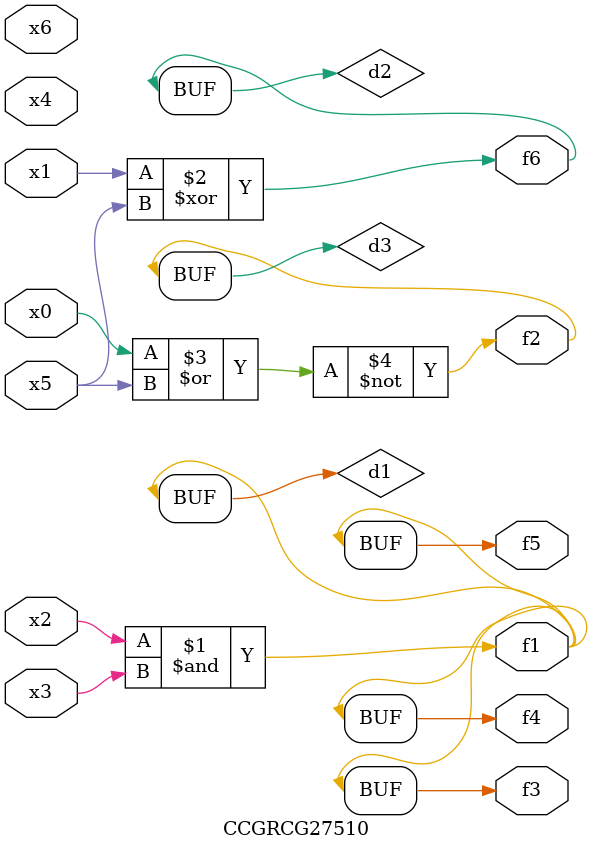
<source format=v>
module CCGRCG27510(
	input x0, x1, x2, x3, x4, x5, x6,
	output f1, f2, f3, f4, f5, f6
);

	wire d1, d2, d3;

	and (d1, x2, x3);
	xor (d2, x1, x5);
	nor (d3, x0, x5);
	assign f1 = d1;
	assign f2 = d3;
	assign f3 = d1;
	assign f4 = d1;
	assign f5 = d1;
	assign f6 = d2;
endmodule

</source>
